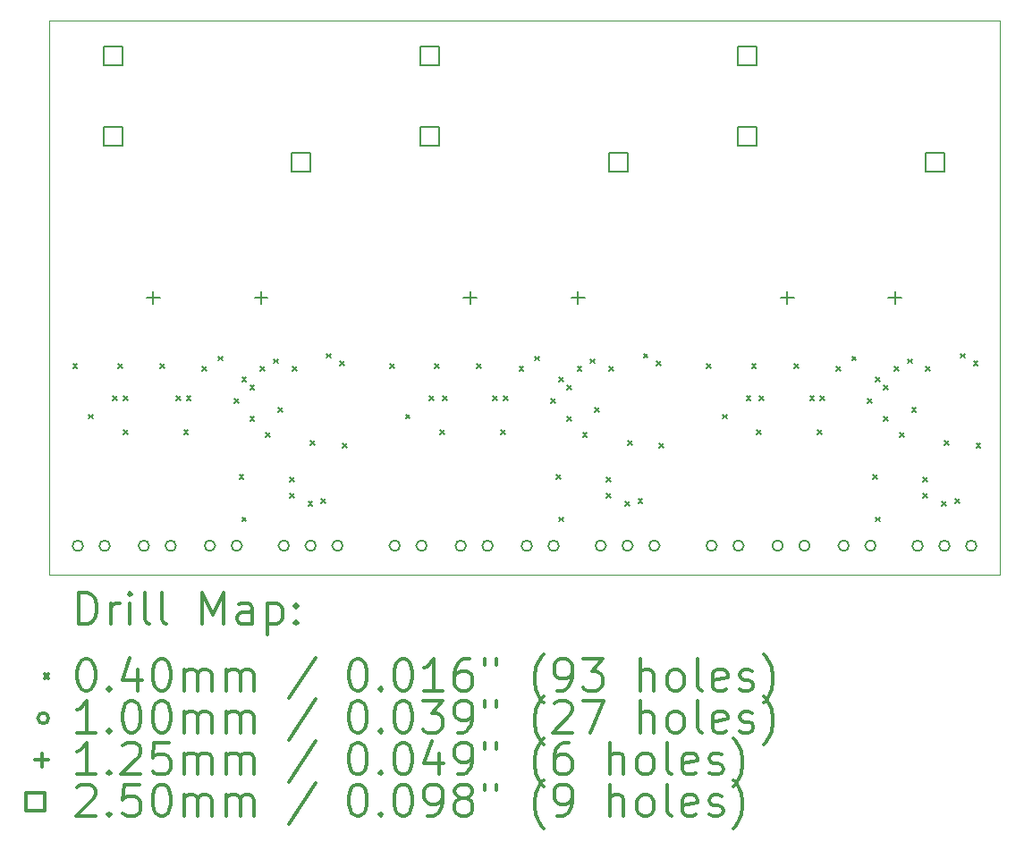
<source format=gbr>
%FSLAX45Y45*%
G04 Gerber Fmt 4.5, Leading zero omitted, Abs format (unit mm)*
G04 Created by KiCad (PCBNEW (5.1.4)-1) date 2021-09-06 11:03:48*
%MOMM*%
%LPD*%
G04 APERTURE LIST*
%ADD10C,0.050000*%
%ADD11C,0.200000*%
%ADD12C,0.300000*%
G04 APERTURE END LIST*
D10*
X22125000Y-13875000D02*
X13125000Y-13875000D01*
X22125000Y-8625000D02*
X13125000Y-8625000D01*
X22125000Y-13875000D02*
X22125000Y-8625000D01*
X13125000Y-8625000D02*
X13125000Y-13875000D01*
D11*
X13355000Y-11880000D02*
X13395000Y-11920000D01*
X13395000Y-11880000D02*
X13355000Y-11920000D01*
X13505000Y-12355000D02*
X13545000Y-12395000D01*
X13545000Y-12355000D02*
X13505000Y-12395000D01*
X13730000Y-12180000D02*
X13770000Y-12220000D01*
X13770000Y-12180000D02*
X13730000Y-12220000D01*
X13780000Y-11880000D02*
X13820000Y-11920000D01*
X13820000Y-11880000D02*
X13780000Y-11920000D01*
X13830000Y-12180000D02*
X13870000Y-12220000D01*
X13870000Y-12180000D02*
X13830000Y-12220000D01*
X13830000Y-12505000D02*
X13870000Y-12545000D01*
X13870000Y-12505000D02*
X13830000Y-12545000D01*
X14180000Y-11880000D02*
X14220000Y-11920000D01*
X14220000Y-11880000D02*
X14180000Y-11920000D01*
X14330000Y-12180000D02*
X14370000Y-12220000D01*
X14370000Y-12180000D02*
X14330000Y-12220000D01*
X14405000Y-12505000D02*
X14445000Y-12545000D01*
X14445000Y-12505000D02*
X14405000Y-12545000D01*
X14430000Y-12180000D02*
X14470000Y-12220000D01*
X14470000Y-12180000D02*
X14430000Y-12220000D01*
X14580000Y-11905000D02*
X14620000Y-11945000D01*
X14620000Y-11905000D02*
X14580000Y-11945000D01*
X14730000Y-11805000D02*
X14770000Y-11845000D01*
X14770000Y-11805000D02*
X14730000Y-11845000D01*
X14880000Y-12205000D02*
X14920000Y-12245000D01*
X14920000Y-12205000D02*
X14880000Y-12245000D01*
X14930000Y-12930000D02*
X14970000Y-12970000D01*
X14970000Y-12930000D02*
X14930000Y-12970000D01*
X14955000Y-12005000D02*
X14995000Y-12045000D01*
X14995000Y-12005000D02*
X14955000Y-12045000D01*
X14955000Y-13330000D02*
X14995000Y-13370000D01*
X14995000Y-13330000D02*
X14955000Y-13370000D01*
X15030000Y-12081250D02*
X15070000Y-12121250D01*
X15070000Y-12081250D02*
X15030000Y-12121250D01*
X15030000Y-12380000D02*
X15070000Y-12420000D01*
X15070000Y-12380000D02*
X15030000Y-12420000D01*
X15130000Y-11905000D02*
X15170000Y-11945000D01*
X15170000Y-11905000D02*
X15130000Y-11945000D01*
X15180000Y-12530000D02*
X15220000Y-12570000D01*
X15220000Y-12530000D02*
X15180000Y-12570000D01*
X15255000Y-11830000D02*
X15295000Y-11870000D01*
X15295000Y-11830000D02*
X15255000Y-11870000D01*
X15296500Y-12294000D02*
X15336500Y-12334000D01*
X15336500Y-12294000D02*
X15296500Y-12334000D01*
X15405000Y-12955000D02*
X15445000Y-12995000D01*
X15445000Y-12955000D02*
X15405000Y-12995000D01*
X15405000Y-13105000D02*
X15445000Y-13145000D01*
X15445000Y-13105000D02*
X15405000Y-13145000D01*
X15430000Y-11905000D02*
X15470000Y-11945000D01*
X15470000Y-11905000D02*
X15430000Y-11945000D01*
X15580000Y-13180000D02*
X15620000Y-13220000D01*
X15620000Y-13180000D02*
X15580000Y-13220000D01*
X15605000Y-12605000D02*
X15645000Y-12645000D01*
X15645000Y-12605000D02*
X15605000Y-12645000D01*
X15705000Y-13155000D02*
X15745000Y-13195000D01*
X15745000Y-13155000D02*
X15705000Y-13195000D01*
X15755000Y-11780000D02*
X15795000Y-11820000D01*
X15795000Y-11780000D02*
X15755000Y-11820000D01*
X15880000Y-11855000D02*
X15920000Y-11895000D01*
X15920000Y-11855000D02*
X15880000Y-11895000D01*
X15905000Y-12630000D02*
X15945000Y-12670000D01*
X15945000Y-12630000D02*
X15905000Y-12670000D01*
X16355000Y-11880000D02*
X16395000Y-11920000D01*
X16395000Y-11880000D02*
X16355000Y-11920000D01*
X16505000Y-12355000D02*
X16545000Y-12395000D01*
X16545000Y-12355000D02*
X16505000Y-12395000D01*
X16730000Y-12180000D02*
X16770000Y-12220000D01*
X16770000Y-12180000D02*
X16730000Y-12220000D01*
X16780000Y-11880000D02*
X16820000Y-11920000D01*
X16820000Y-11880000D02*
X16780000Y-11920000D01*
X16830000Y-12505000D02*
X16870000Y-12545000D01*
X16870000Y-12505000D02*
X16830000Y-12545000D01*
X16855000Y-12180000D02*
X16895000Y-12220000D01*
X16895000Y-12180000D02*
X16855000Y-12220000D01*
X17180000Y-11880000D02*
X17220000Y-11920000D01*
X17220000Y-11880000D02*
X17180000Y-11920000D01*
X17330000Y-12180000D02*
X17370000Y-12220000D01*
X17370000Y-12180000D02*
X17330000Y-12220000D01*
X17405000Y-12505000D02*
X17445000Y-12545000D01*
X17445000Y-12505000D02*
X17405000Y-12545000D01*
X17430000Y-12180000D02*
X17470000Y-12220000D01*
X17470000Y-12180000D02*
X17430000Y-12220000D01*
X17580000Y-11905000D02*
X17620000Y-11945000D01*
X17620000Y-11905000D02*
X17580000Y-11945000D01*
X17730000Y-11805000D02*
X17770000Y-11845000D01*
X17770000Y-11805000D02*
X17730000Y-11845000D01*
X17880000Y-12205000D02*
X17920000Y-12245000D01*
X17920000Y-12205000D02*
X17880000Y-12245000D01*
X17930000Y-12930000D02*
X17970000Y-12970000D01*
X17970000Y-12930000D02*
X17930000Y-12970000D01*
X17955000Y-12005000D02*
X17995000Y-12045000D01*
X17995000Y-12005000D02*
X17955000Y-12045000D01*
X17955000Y-13330000D02*
X17995000Y-13370000D01*
X17995000Y-13330000D02*
X17955000Y-13370000D01*
X18030000Y-12081250D02*
X18070000Y-12121250D01*
X18070000Y-12081250D02*
X18030000Y-12121250D01*
X18030000Y-12380000D02*
X18070000Y-12420000D01*
X18070000Y-12380000D02*
X18030000Y-12420000D01*
X18130000Y-11905000D02*
X18170000Y-11945000D01*
X18170000Y-11905000D02*
X18130000Y-11945000D01*
X18180000Y-12530000D02*
X18220000Y-12570000D01*
X18220000Y-12530000D02*
X18180000Y-12570000D01*
X18255000Y-11830000D02*
X18295000Y-11870000D01*
X18295000Y-11830000D02*
X18255000Y-11870000D01*
X18296500Y-12294000D02*
X18336500Y-12334000D01*
X18336500Y-12294000D02*
X18296500Y-12334000D01*
X18405000Y-12955000D02*
X18445000Y-12995000D01*
X18445000Y-12955000D02*
X18405000Y-12995000D01*
X18405000Y-13105000D02*
X18445000Y-13145000D01*
X18445000Y-13105000D02*
X18405000Y-13145000D01*
X18430000Y-11905000D02*
X18470000Y-11945000D01*
X18470000Y-11905000D02*
X18430000Y-11945000D01*
X18580000Y-13180000D02*
X18620000Y-13220000D01*
X18620000Y-13180000D02*
X18580000Y-13220000D01*
X18605000Y-12605000D02*
X18645000Y-12645000D01*
X18645000Y-12605000D02*
X18605000Y-12645000D01*
X18705000Y-13155000D02*
X18745000Y-13195000D01*
X18745000Y-13155000D02*
X18705000Y-13195000D01*
X18755000Y-11780000D02*
X18795000Y-11820000D01*
X18795000Y-11780000D02*
X18755000Y-11820000D01*
X18880000Y-11855000D02*
X18920000Y-11895000D01*
X18920000Y-11855000D02*
X18880000Y-11895000D01*
X18905000Y-12630000D02*
X18945000Y-12670000D01*
X18945000Y-12630000D02*
X18905000Y-12670000D01*
X19355000Y-11880000D02*
X19395000Y-11920000D01*
X19395000Y-11880000D02*
X19355000Y-11920000D01*
X19505000Y-12355000D02*
X19545000Y-12395000D01*
X19545000Y-12355000D02*
X19505000Y-12395000D01*
X19730000Y-12180000D02*
X19770000Y-12220000D01*
X19770000Y-12180000D02*
X19730000Y-12220000D01*
X19780000Y-11880000D02*
X19820000Y-11920000D01*
X19820000Y-11880000D02*
X19780000Y-11920000D01*
X19830000Y-12505000D02*
X19870000Y-12545000D01*
X19870000Y-12505000D02*
X19830000Y-12545000D01*
X19855000Y-12180000D02*
X19895000Y-12220000D01*
X19895000Y-12180000D02*
X19855000Y-12220000D01*
X20180000Y-11880000D02*
X20220000Y-11920000D01*
X20220000Y-11880000D02*
X20180000Y-11920000D01*
X20330000Y-12180000D02*
X20370000Y-12220000D01*
X20370000Y-12180000D02*
X20330000Y-12220000D01*
X20405000Y-12505000D02*
X20445000Y-12545000D01*
X20445000Y-12505000D02*
X20405000Y-12545000D01*
X20430000Y-12180000D02*
X20470000Y-12220000D01*
X20470000Y-12180000D02*
X20430000Y-12220000D01*
X20580000Y-11905000D02*
X20620000Y-11945000D01*
X20620000Y-11905000D02*
X20580000Y-11945000D01*
X20730000Y-11805000D02*
X20770000Y-11845000D01*
X20770000Y-11805000D02*
X20730000Y-11845000D01*
X20880000Y-12205000D02*
X20920000Y-12245000D01*
X20920000Y-12205000D02*
X20880000Y-12245000D01*
X20930000Y-12930000D02*
X20970000Y-12970000D01*
X20970000Y-12930000D02*
X20930000Y-12970000D01*
X20955000Y-12005000D02*
X20995000Y-12045000D01*
X20995000Y-12005000D02*
X20955000Y-12045000D01*
X20955000Y-13330000D02*
X20995000Y-13370000D01*
X20995000Y-13330000D02*
X20955000Y-13370000D01*
X21030000Y-12081250D02*
X21070000Y-12121250D01*
X21070000Y-12081250D02*
X21030000Y-12121250D01*
X21030000Y-12380000D02*
X21070000Y-12420000D01*
X21070000Y-12380000D02*
X21030000Y-12420000D01*
X21130000Y-11905000D02*
X21170000Y-11945000D01*
X21170000Y-11905000D02*
X21130000Y-11945000D01*
X21180000Y-12530000D02*
X21220000Y-12570000D01*
X21220000Y-12530000D02*
X21180000Y-12570000D01*
X21255000Y-11830000D02*
X21295000Y-11870000D01*
X21295000Y-11830000D02*
X21255000Y-11870000D01*
X21296500Y-12294000D02*
X21336500Y-12334000D01*
X21336500Y-12294000D02*
X21296500Y-12334000D01*
X21405000Y-12955000D02*
X21445000Y-12995000D01*
X21445000Y-12955000D02*
X21405000Y-12995000D01*
X21405000Y-13105000D02*
X21445000Y-13145000D01*
X21445000Y-13105000D02*
X21405000Y-13145000D01*
X21430000Y-11905000D02*
X21470000Y-11945000D01*
X21470000Y-11905000D02*
X21430000Y-11945000D01*
X21580000Y-13180000D02*
X21620000Y-13220000D01*
X21620000Y-13180000D02*
X21580000Y-13220000D01*
X21605000Y-12605000D02*
X21645000Y-12645000D01*
X21645000Y-12605000D02*
X21605000Y-12645000D01*
X21705000Y-13155000D02*
X21745000Y-13195000D01*
X21745000Y-13155000D02*
X21705000Y-13195000D01*
X21755000Y-11780000D02*
X21795000Y-11820000D01*
X21795000Y-11780000D02*
X21755000Y-11820000D01*
X21880000Y-11855000D02*
X21920000Y-11895000D01*
X21920000Y-11855000D02*
X21880000Y-11895000D01*
X21905000Y-12630000D02*
X21945000Y-12670000D01*
X21945000Y-12630000D02*
X21905000Y-12670000D01*
X16450000Y-13600000D02*
G75*
G03X16450000Y-13600000I-50000J0D01*
G01*
X16704000Y-13600000D02*
G75*
G03X16704000Y-13600000I-50000J0D01*
G01*
X17075000Y-13600000D02*
G75*
G03X17075000Y-13600000I-50000J0D01*
G01*
X17329000Y-13600000D02*
G75*
G03X17329000Y-13600000I-50000J0D01*
G01*
X20075000Y-13600000D02*
G75*
G03X20075000Y-13600000I-50000J0D01*
G01*
X20329000Y-13600000D02*
G75*
G03X20329000Y-13600000I-50000J0D01*
G01*
X17700000Y-13600000D02*
G75*
G03X17700000Y-13600000I-50000J0D01*
G01*
X17954000Y-13600000D02*
G75*
G03X17954000Y-13600000I-50000J0D01*
G01*
X13450000Y-13600000D02*
G75*
G03X13450000Y-13600000I-50000J0D01*
G01*
X13704000Y-13600000D02*
G75*
G03X13704000Y-13600000I-50000J0D01*
G01*
X15400000Y-13600000D02*
G75*
G03X15400000Y-13600000I-50000J0D01*
G01*
X15654000Y-13600000D02*
G75*
G03X15654000Y-13600000I-50000J0D01*
G01*
X15908000Y-13600000D02*
G75*
G03X15908000Y-13600000I-50000J0D01*
G01*
X20700000Y-13600000D02*
G75*
G03X20700000Y-13600000I-50000J0D01*
G01*
X20954000Y-13600000D02*
G75*
G03X20954000Y-13600000I-50000J0D01*
G01*
X14075000Y-13600000D02*
G75*
G03X14075000Y-13600000I-50000J0D01*
G01*
X14329000Y-13600000D02*
G75*
G03X14329000Y-13600000I-50000J0D01*
G01*
X21400000Y-13600000D02*
G75*
G03X21400000Y-13600000I-50000J0D01*
G01*
X21654000Y-13600000D02*
G75*
G03X21654000Y-13600000I-50000J0D01*
G01*
X21908000Y-13600000D02*
G75*
G03X21908000Y-13600000I-50000J0D01*
G01*
X18400000Y-13600000D02*
G75*
G03X18400000Y-13600000I-50000J0D01*
G01*
X18654000Y-13600000D02*
G75*
G03X18654000Y-13600000I-50000J0D01*
G01*
X18908000Y-13600000D02*
G75*
G03X18908000Y-13600000I-50000J0D01*
G01*
X19450000Y-13600000D02*
G75*
G03X19450000Y-13600000I-50000J0D01*
G01*
X19704000Y-13600000D02*
G75*
G03X19704000Y-13600000I-50000J0D01*
G01*
X14700000Y-13600000D02*
G75*
G03X14700000Y-13600000I-50000J0D01*
G01*
X14954000Y-13600000D02*
G75*
G03X14954000Y-13600000I-50000J0D01*
G01*
X17115000Y-11187500D02*
X17115000Y-11312500D01*
X17052500Y-11250000D02*
X17177500Y-11250000D01*
X18135000Y-11187500D02*
X18135000Y-11312500D01*
X18072500Y-11250000D02*
X18197500Y-11250000D01*
X20115000Y-11187500D02*
X20115000Y-11312500D01*
X20052500Y-11250000D02*
X20177500Y-11250000D01*
X21135000Y-11187500D02*
X21135000Y-11312500D01*
X21072500Y-11250000D02*
X21197500Y-11250000D01*
X14115000Y-11187500D02*
X14115000Y-11312500D01*
X14052500Y-11250000D02*
X14177500Y-11250000D01*
X15135000Y-11187500D02*
X15135000Y-11312500D01*
X15072500Y-11250000D02*
X15197500Y-11250000D01*
X16823389Y-9048389D02*
X16823389Y-8871611D01*
X16646611Y-8871611D01*
X16646611Y-9048389D01*
X16823389Y-9048389D01*
X16823389Y-9808389D02*
X16823389Y-9631611D01*
X16646611Y-9631611D01*
X16646611Y-9808389D01*
X16823389Y-9808389D01*
X18603389Y-10058389D02*
X18603389Y-9881611D01*
X18426611Y-9881611D01*
X18426611Y-10058389D01*
X18603389Y-10058389D01*
X19823389Y-9048389D02*
X19823389Y-8871611D01*
X19646611Y-8871611D01*
X19646611Y-9048389D01*
X19823389Y-9048389D01*
X19823389Y-9808389D02*
X19823389Y-9631611D01*
X19646611Y-9631611D01*
X19646611Y-9808389D01*
X19823389Y-9808389D01*
X21603389Y-10058389D02*
X21603389Y-9881611D01*
X21426611Y-9881611D01*
X21426611Y-10058389D01*
X21603389Y-10058389D01*
X13823389Y-9048389D02*
X13823389Y-8871611D01*
X13646611Y-8871611D01*
X13646611Y-9048389D01*
X13823389Y-9048389D01*
X13823389Y-9808389D02*
X13823389Y-9631611D01*
X13646611Y-9631611D01*
X13646611Y-9808389D01*
X13823389Y-9808389D01*
X15603389Y-10058389D02*
X15603389Y-9881611D01*
X15426611Y-9881611D01*
X15426611Y-10058389D01*
X15603389Y-10058389D01*
D12*
X13408928Y-14343214D02*
X13408928Y-14043214D01*
X13480357Y-14043214D01*
X13523214Y-14057500D01*
X13551786Y-14086071D01*
X13566071Y-14114643D01*
X13580357Y-14171786D01*
X13580357Y-14214643D01*
X13566071Y-14271786D01*
X13551786Y-14300357D01*
X13523214Y-14328929D01*
X13480357Y-14343214D01*
X13408928Y-14343214D01*
X13708928Y-14343214D02*
X13708928Y-14143214D01*
X13708928Y-14200357D02*
X13723214Y-14171786D01*
X13737500Y-14157500D01*
X13766071Y-14143214D01*
X13794643Y-14143214D01*
X13894643Y-14343214D02*
X13894643Y-14143214D01*
X13894643Y-14043214D02*
X13880357Y-14057500D01*
X13894643Y-14071786D01*
X13908928Y-14057500D01*
X13894643Y-14043214D01*
X13894643Y-14071786D01*
X14080357Y-14343214D02*
X14051786Y-14328929D01*
X14037500Y-14300357D01*
X14037500Y-14043214D01*
X14237500Y-14343214D02*
X14208928Y-14328929D01*
X14194643Y-14300357D01*
X14194643Y-14043214D01*
X14580357Y-14343214D02*
X14580357Y-14043214D01*
X14680357Y-14257500D01*
X14780357Y-14043214D01*
X14780357Y-14343214D01*
X15051786Y-14343214D02*
X15051786Y-14186071D01*
X15037500Y-14157500D01*
X15008928Y-14143214D01*
X14951786Y-14143214D01*
X14923214Y-14157500D01*
X15051786Y-14328929D02*
X15023214Y-14343214D01*
X14951786Y-14343214D01*
X14923214Y-14328929D01*
X14908928Y-14300357D01*
X14908928Y-14271786D01*
X14923214Y-14243214D01*
X14951786Y-14228929D01*
X15023214Y-14228929D01*
X15051786Y-14214643D01*
X15194643Y-14143214D02*
X15194643Y-14443214D01*
X15194643Y-14157500D02*
X15223214Y-14143214D01*
X15280357Y-14143214D01*
X15308928Y-14157500D01*
X15323214Y-14171786D01*
X15337500Y-14200357D01*
X15337500Y-14286071D01*
X15323214Y-14314643D01*
X15308928Y-14328929D01*
X15280357Y-14343214D01*
X15223214Y-14343214D01*
X15194643Y-14328929D01*
X15466071Y-14314643D02*
X15480357Y-14328929D01*
X15466071Y-14343214D01*
X15451786Y-14328929D01*
X15466071Y-14314643D01*
X15466071Y-14343214D01*
X15466071Y-14157500D02*
X15480357Y-14171786D01*
X15466071Y-14186071D01*
X15451786Y-14171786D01*
X15466071Y-14157500D01*
X15466071Y-14186071D01*
X13082500Y-14817500D02*
X13122500Y-14857500D01*
X13122500Y-14817500D02*
X13082500Y-14857500D01*
X13466071Y-14673214D02*
X13494643Y-14673214D01*
X13523214Y-14687500D01*
X13537500Y-14701786D01*
X13551786Y-14730357D01*
X13566071Y-14787500D01*
X13566071Y-14858929D01*
X13551786Y-14916071D01*
X13537500Y-14944643D01*
X13523214Y-14958929D01*
X13494643Y-14973214D01*
X13466071Y-14973214D01*
X13437500Y-14958929D01*
X13423214Y-14944643D01*
X13408928Y-14916071D01*
X13394643Y-14858929D01*
X13394643Y-14787500D01*
X13408928Y-14730357D01*
X13423214Y-14701786D01*
X13437500Y-14687500D01*
X13466071Y-14673214D01*
X13694643Y-14944643D02*
X13708928Y-14958929D01*
X13694643Y-14973214D01*
X13680357Y-14958929D01*
X13694643Y-14944643D01*
X13694643Y-14973214D01*
X13966071Y-14773214D02*
X13966071Y-14973214D01*
X13894643Y-14658929D02*
X13823214Y-14873214D01*
X14008928Y-14873214D01*
X14180357Y-14673214D02*
X14208928Y-14673214D01*
X14237500Y-14687500D01*
X14251786Y-14701786D01*
X14266071Y-14730357D01*
X14280357Y-14787500D01*
X14280357Y-14858929D01*
X14266071Y-14916071D01*
X14251786Y-14944643D01*
X14237500Y-14958929D01*
X14208928Y-14973214D01*
X14180357Y-14973214D01*
X14151786Y-14958929D01*
X14137500Y-14944643D01*
X14123214Y-14916071D01*
X14108928Y-14858929D01*
X14108928Y-14787500D01*
X14123214Y-14730357D01*
X14137500Y-14701786D01*
X14151786Y-14687500D01*
X14180357Y-14673214D01*
X14408928Y-14973214D02*
X14408928Y-14773214D01*
X14408928Y-14801786D02*
X14423214Y-14787500D01*
X14451786Y-14773214D01*
X14494643Y-14773214D01*
X14523214Y-14787500D01*
X14537500Y-14816071D01*
X14537500Y-14973214D01*
X14537500Y-14816071D02*
X14551786Y-14787500D01*
X14580357Y-14773214D01*
X14623214Y-14773214D01*
X14651786Y-14787500D01*
X14666071Y-14816071D01*
X14666071Y-14973214D01*
X14808928Y-14973214D02*
X14808928Y-14773214D01*
X14808928Y-14801786D02*
X14823214Y-14787500D01*
X14851786Y-14773214D01*
X14894643Y-14773214D01*
X14923214Y-14787500D01*
X14937500Y-14816071D01*
X14937500Y-14973214D01*
X14937500Y-14816071D02*
X14951786Y-14787500D01*
X14980357Y-14773214D01*
X15023214Y-14773214D01*
X15051786Y-14787500D01*
X15066071Y-14816071D01*
X15066071Y-14973214D01*
X15651786Y-14658929D02*
X15394643Y-15044643D01*
X16037500Y-14673214D02*
X16066071Y-14673214D01*
X16094643Y-14687500D01*
X16108928Y-14701786D01*
X16123214Y-14730357D01*
X16137500Y-14787500D01*
X16137500Y-14858929D01*
X16123214Y-14916071D01*
X16108928Y-14944643D01*
X16094643Y-14958929D01*
X16066071Y-14973214D01*
X16037500Y-14973214D01*
X16008928Y-14958929D01*
X15994643Y-14944643D01*
X15980357Y-14916071D01*
X15966071Y-14858929D01*
X15966071Y-14787500D01*
X15980357Y-14730357D01*
X15994643Y-14701786D01*
X16008928Y-14687500D01*
X16037500Y-14673214D01*
X16266071Y-14944643D02*
X16280357Y-14958929D01*
X16266071Y-14973214D01*
X16251786Y-14958929D01*
X16266071Y-14944643D01*
X16266071Y-14973214D01*
X16466071Y-14673214D02*
X16494643Y-14673214D01*
X16523214Y-14687500D01*
X16537500Y-14701786D01*
X16551786Y-14730357D01*
X16566071Y-14787500D01*
X16566071Y-14858929D01*
X16551786Y-14916071D01*
X16537500Y-14944643D01*
X16523214Y-14958929D01*
X16494643Y-14973214D01*
X16466071Y-14973214D01*
X16437500Y-14958929D01*
X16423214Y-14944643D01*
X16408928Y-14916071D01*
X16394643Y-14858929D01*
X16394643Y-14787500D01*
X16408928Y-14730357D01*
X16423214Y-14701786D01*
X16437500Y-14687500D01*
X16466071Y-14673214D01*
X16851786Y-14973214D02*
X16680357Y-14973214D01*
X16766071Y-14973214D02*
X16766071Y-14673214D01*
X16737500Y-14716071D01*
X16708928Y-14744643D01*
X16680357Y-14758929D01*
X17108928Y-14673214D02*
X17051786Y-14673214D01*
X17023214Y-14687500D01*
X17008928Y-14701786D01*
X16980357Y-14744643D01*
X16966071Y-14801786D01*
X16966071Y-14916071D01*
X16980357Y-14944643D01*
X16994643Y-14958929D01*
X17023214Y-14973214D01*
X17080357Y-14973214D01*
X17108928Y-14958929D01*
X17123214Y-14944643D01*
X17137500Y-14916071D01*
X17137500Y-14844643D01*
X17123214Y-14816071D01*
X17108928Y-14801786D01*
X17080357Y-14787500D01*
X17023214Y-14787500D01*
X16994643Y-14801786D01*
X16980357Y-14816071D01*
X16966071Y-14844643D01*
X17251786Y-14673214D02*
X17251786Y-14730357D01*
X17366071Y-14673214D02*
X17366071Y-14730357D01*
X17808928Y-15087500D02*
X17794643Y-15073214D01*
X17766071Y-15030357D01*
X17751786Y-15001786D01*
X17737500Y-14958929D01*
X17723214Y-14887500D01*
X17723214Y-14830357D01*
X17737500Y-14758929D01*
X17751786Y-14716071D01*
X17766071Y-14687500D01*
X17794643Y-14644643D01*
X17808928Y-14630357D01*
X17937500Y-14973214D02*
X17994643Y-14973214D01*
X18023214Y-14958929D01*
X18037500Y-14944643D01*
X18066071Y-14901786D01*
X18080357Y-14844643D01*
X18080357Y-14730357D01*
X18066071Y-14701786D01*
X18051786Y-14687500D01*
X18023214Y-14673214D01*
X17966071Y-14673214D01*
X17937500Y-14687500D01*
X17923214Y-14701786D01*
X17908928Y-14730357D01*
X17908928Y-14801786D01*
X17923214Y-14830357D01*
X17937500Y-14844643D01*
X17966071Y-14858929D01*
X18023214Y-14858929D01*
X18051786Y-14844643D01*
X18066071Y-14830357D01*
X18080357Y-14801786D01*
X18180357Y-14673214D02*
X18366071Y-14673214D01*
X18266071Y-14787500D01*
X18308928Y-14787500D01*
X18337500Y-14801786D01*
X18351786Y-14816071D01*
X18366071Y-14844643D01*
X18366071Y-14916071D01*
X18351786Y-14944643D01*
X18337500Y-14958929D01*
X18308928Y-14973214D01*
X18223214Y-14973214D01*
X18194643Y-14958929D01*
X18180357Y-14944643D01*
X18723214Y-14973214D02*
X18723214Y-14673214D01*
X18851786Y-14973214D02*
X18851786Y-14816071D01*
X18837500Y-14787500D01*
X18808928Y-14773214D01*
X18766071Y-14773214D01*
X18737500Y-14787500D01*
X18723214Y-14801786D01*
X19037500Y-14973214D02*
X19008928Y-14958929D01*
X18994643Y-14944643D01*
X18980357Y-14916071D01*
X18980357Y-14830357D01*
X18994643Y-14801786D01*
X19008928Y-14787500D01*
X19037500Y-14773214D01*
X19080357Y-14773214D01*
X19108928Y-14787500D01*
X19123214Y-14801786D01*
X19137500Y-14830357D01*
X19137500Y-14916071D01*
X19123214Y-14944643D01*
X19108928Y-14958929D01*
X19080357Y-14973214D01*
X19037500Y-14973214D01*
X19308928Y-14973214D02*
X19280357Y-14958929D01*
X19266071Y-14930357D01*
X19266071Y-14673214D01*
X19537500Y-14958929D02*
X19508928Y-14973214D01*
X19451786Y-14973214D01*
X19423214Y-14958929D01*
X19408928Y-14930357D01*
X19408928Y-14816071D01*
X19423214Y-14787500D01*
X19451786Y-14773214D01*
X19508928Y-14773214D01*
X19537500Y-14787500D01*
X19551786Y-14816071D01*
X19551786Y-14844643D01*
X19408928Y-14873214D01*
X19666071Y-14958929D02*
X19694643Y-14973214D01*
X19751786Y-14973214D01*
X19780357Y-14958929D01*
X19794643Y-14930357D01*
X19794643Y-14916071D01*
X19780357Y-14887500D01*
X19751786Y-14873214D01*
X19708928Y-14873214D01*
X19680357Y-14858929D01*
X19666071Y-14830357D01*
X19666071Y-14816071D01*
X19680357Y-14787500D01*
X19708928Y-14773214D01*
X19751786Y-14773214D01*
X19780357Y-14787500D01*
X19894643Y-15087500D02*
X19908928Y-15073214D01*
X19937500Y-15030357D01*
X19951786Y-15001786D01*
X19966071Y-14958929D01*
X19980357Y-14887500D01*
X19980357Y-14830357D01*
X19966071Y-14758929D01*
X19951786Y-14716071D01*
X19937500Y-14687500D01*
X19908928Y-14644643D01*
X19894643Y-14630357D01*
X13122500Y-15233500D02*
G75*
G03X13122500Y-15233500I-50000J0D01*
G01*
X13566071Y-15369214D02*
X13394643Y-15369214D01*
X13480357Y-15369214D02*
X13480357Y-15069214D01*
X13451786Y-15112071D01*
X13423214Y-15140643D01*
X13394643Y-15154929D01*
X13694643Y-15340643D02*
X13708928Y-15354929D01*
X13694643Y-15369214D01*
X13680357Y-15354929D01*
X13694643Y-15340643D01*
X13694643Y-15369214D01*
X13894643Y-15069214D02*
X13923214Y-15069214D01*
X13951786Y-15083500D01*
X13966071Y-15097786D01*
X13980357Y-15126357D01*
X13994643Y-15183500D01*
X13994643Y-15254929D01*
X13980357Y-15312071D01*
X13966071Y-15340643D01*
X13951786Y-15354929D01*
X13923214Y-15369214D01*
X13894643Y-15369214D01*
X13866071Y-15354929D01*
X13851786Y-15340643D01*
X13837500Y-15312071D01*
X13823214Y-15254929D01*
X13823214Y-15183500D01*
X13837500Y-15126357D01*
X13851786Y-15097786D01*
X13866071Y-15083500D01*
X13894643Y-15069214D01*
X14180357Y-15069214D02*
X14208928Y-15069214D01*
X14237500Y-15083500D01*
X14251786Y-15097786D01*
X14266071Y-15126357D01*
X14280357Y-15183500D01*
X14280357Y-15254929D01*
X14266071Y-15312071D01*
X14251786Y-15340643D01*
X14237500Y-15354929D01*
X14208928Y-15369214D01*
X14180357Y-15369214D01*
X14151786Y-15354929D01*
X14137500Y-15340643D01*
X14123214Y-15312071D01*
X14108928Y-15254929D01*
X14108928Y-15183500D01*
X14123214Y-15126357D01*
X14137500Y-15097786D01*
X14151786Y-15083500D01*
X14180357Y-15069214D01*
X14408928Y-15369214D02*
X14408928Y-15169214D01*
X14408928Y-15197786D02*
X14423214Y-15183500D01*
X14451786Y-15169214D01*
X14494643Y-15169214D01*
X14523214Y-15183500D01*
X14537500Y-15212071D01*
X14537500Y-15369214D01*
X14537500Y-15212071D02*
X14551786Y-15183500D01*
X14580357Y-15169214D01*
X14623214Y-15169214D01*
X14651786Y-15183500D01*
X14666071Y-15212071D01*
X14666071Y-15369214D01*
X14808928Y-15369214D02*
X14808928Y-15169214D01*
X14808928Y-15197786D02*
X14823214Y-15183500D01*
X14851786Y-15169214D01*
X14894643Y-15169214D01*
X14923214Y-15183500D01*
X14937500Y-15212071D01*
X14937500Y-15369214D01*
X14937500Y-15212071D02*
X14951786Y-15183500D01*
X14980357Y-15169214D01*
X15023214Y-15169214D01*
X15051786Y-15183500D01*
X15066071Y-15212071D01*
X15066071Y-15369214D01*
X15651786Y-15054929D02*
X15394643Y-15440643D01*
X16037500Y-15069214D02*
X16066071Y-15069214D01*
X16094643Y-15083500D01*
X16108928Y-15097786D01*
X16123214Y-15126357D01*
X16137500Y-15183500D01*
X16137500Y-15254929D01*
X16123214Y-15312071D01*
X16108928Y-15340643D01*
X16094643Y-15354929D01*
X16066071Y-15369214D01*
X16037500Y-15369214D01*
X16008928Y-15354929D01*
X15994643Y-15340643D01*
X15980357Y-15312071D01*
X15966071Y-15254929D01*
X15966071Y-15183500D01*
X15980357Y-15126357D01*
X15994643Y-15097786D01*
X16008928Y-15083500D01*
X16037500Y-15069214D01*
X16266071Y-15340643D02*
X16280357Y-15354929D01*
X16266071Y-15369214D01*
X16251786Y-15354929D01*
X16266071Y-15340643D01*
X16266071Y-15369214D01*
X16466071Y-15069214D02*
X16494643Y-15069214D01*
X16523214Y-15083500D01*
X16537500Y-15097786D01*
X16551786Y-15126357D01*
X16566071Y-15183500D01*
X16566071Y-15254929D01*
X16551786Y-15312071D01*
X16537500Y-15340643D01*
X16523214Y-15354929D01*
X16494643Y-15369214D01*
X16466071Y-15369214D01*
X16437500Y-15354929D01*
X16423214Y-15340643D01*
X16408928Y-15312071D01*
X16394643Y-15254929D01*
X16394643Y-15183500D01*
X16408928Y-15126357D01*
X16423214Y-15097786D01*
X16437500Y-15083500D01*
X16466071Y-15069214D01*
X16666071Y-15069214D02*
X16851786Y-15069214D01*
X16751786Y-15183500D01*
X16794643Y-15183500D01*
X16823214Y-15197786D01*
X16837500Y-15212071D01*
X16851786Y-15240643D01*
X16851786Y-15312071D01*
X16837500Y-15340643D01*
X16823214Y-15354929D01*
X16794643Y-15369214D01*
X16708928Y-15369214D01*
X16680357Y-15354929D01*
X16666071Y-15340643D01*
X16994643Y-15369214D02*
X17051786Y-15369214D01*
X17080357Y-15354929D01*
X17094643Y-15340643D01*
X17123214Y-15297786D01*
X17137500Y-15240643D01*
X17137500Y-15126357D01*
X17123214Y-15097786D01*
X17108928Y-15083500D01*
X17080357Y-15069214D01*
X17023214Y-15069214D01*
X16994643Y-15083500D01*
X16980357Y-15097786D01*
X16966071Y-15126357D01*
X16966071Y-15197786D01*
X16980357Y-15226357D01*
X16994643Y-15240643D01*
X17023214Y-15254929D01*
X17080357Y-15254929D01*
X17108928Y-15240643D01*
X17123214Y-15226357D01*
X17137500Y-15197786D01*
X17251786Y-15069214D02*
X17251786Y-15126357D01*
X17366071Y-15069214D02*
X17366071Y-15126357D01*
X17808928Y-15483500D02*
X17794643Y-15469214D01*
X17766071Y-15426357D01*
X17751786Y-15397786D01*
X17737500Y-15354929D01*
X17723214Y-15283500D01*
X17723214Y-15226357D01*
X17737500Y-15154929D01*
X17751786Y-15112071D01*
X17766071Y-15083500D01*
X17794643Y-15040643D01*
X17808928Y-15026357D01*
X17908928Y-15097786D02*
X17923214Y-15083500D01*
X17951786Y-15069214D01*
X18023214Y-15069214D01*
X18051786Y-15083500D01*
X18066071Y-15097786D01*
X18080357Y-15126357D01*
X18080357Y-15154929D01*
X18066071Y-15197786D01*
X17894643Y-15369214D01*
X18080357Y-15369214D01*
X18180357Y-15069214D02*
X18380357Y-15069214D01*
X18251786Y-15369214D01*
X18723214Y-15369214D02*
X18723214Y-15069214D01*
X18851786Y-15369214D02*
X18851786Y-15212071D01*
X18837500Y-15183500D01*
X18808928Y-15169214D01*
X18766071Y-15169214D01*
X18737500Y-15183500D01*
X18723214Y-15197786D01*
X19037500Y-15369214D02*
X19008928Y-15354929D01*
X18994643Y-15340643D01*
X18980357Y-15312071D01*
X18980357Y-15226357D01*
X18994643Y-15197786D01*
X19008928Y-15183500D01*
X19037500Y-15169214D01*
X19080357Y-15169214D01*
X19108928Y-15183500D01*
X19123214Y-15197786D01*
X19137500Y-15226357D01*
X19137500Y-15312071D01*
X19123214Y-15340643D01*
X19108928Y-15354929D01*
X19080357Y-15369214D01*
X19037500Y-15369214D01*
X19308928Y-15369214D02*
X19280357Y-15354929D01*
X19266071Y-15326357D01*
X19266071Y-15069214D01*
X19537500Y-15354929D02*
X19508928Y-15369214D01*
X19451786Y-15369214D01*
X19423214Y-15354929D01*
X19408928Y-15326357D01*
X19408928Y-15212071D01*
X19423214Y-15183500D01*
X19451786Y-15169214D01*
X19508928Y-15169214D01*
X19537500Y-15183500D01*
X19551786Y-15212071D01*
X19551786Y-15240643D01*
X19408928Y-15269214D01*
X19666071Y-15354929D02*
X19694643Y-15369214D01*
X19751786Y-15369214D01*
X19780357Y-15354929D01*
X19794643Y-15326357D01*
X19794643Y-15312071D01*
X19780357Y-15283500D01*
X19751786Y-15269214D01*
X19708928Y-15269214D01*
X19680357Y-15254929D01*
X19666071Y-15226357D01*
X19666071Y-15212071D01*
X19680357Y-15183500D01*
X19708928Y-15169214D01*
X19751786Y-15169214D01*
X19780357Y-15183500D01*
X19894643Y-15483500D02*
X19908928Y-15469214D01*
X19937500Y-15426357D01*
X19951786Y-15397786D01*
X19966071Y-15354929D01*
X19980357Y-15283500D01*
X19980357Y-15226357D01*
X19966071Y-15154929D01*
X19951786Y-15112071D01*
X19937500Y-15083500D01*
X19908928Y-15040643D01*
X19894643Y-15026357D01*
X13060000Y-15567000D02*
X13060000Y-15692000D01*
X12997500Y-15629500D02*
X13122500Y-15629500D01*
X13566071Y-15765214D02*
X13394643Y-15765214D01*
X13480357Y-15765214D02*
X13480357Y-15465214D01*
X13451786Y-15508071D01*
X13423214Y-15536643D01*
X13394643Y-15550929D01*
X13694643Y-15736643D02*
X13708928Y-15750929D01*
X13694643Y-15765214D01*
X13680357Y-15750929D01*
X13694643Y-15736643D01*
X13694643Y-15765214D01*
X13823214Y-15493786D02*
X13837500Y-15479500D01*
X13866071Y-15465214D01*
X13937500Y-15465214D01*
X13966071Y-15479500D01*
X13980357Y-15493786D01*
X13994643Y-15522357D01*
X13994643Y-15550929D01*
X13980357Y-15593786D01*
X13808928Y-15765214D01*
X13994643Y-15765214D01*
X14266071Y-15465214D02*
X14123214Y-15465214D01*
X14108928Y-15608071D01*
X14123214Y-15593786D01*
X14151786Y-15579500D01*
X14223214Y-15579500D01*
X14251786Y-15593786D01*
X14266071Y-15608071D01*
X14280357Y-15636643D01*
X14280357Y-15708071D01*
X14266071Y-15736643D01*
X14251786Y-15750929D01*
X14223214Y-15765214D01*
X14151786Y-15765214D01*
X14123214Y-15750929D01*
X14108928Y-15736643D01*
X14408928Y-15765214D02*
X14408928Y-15565214D01*
X14408928Y-15593786D02*
X14423214Y-15579500D01*
X14451786Y-15565214D01*
X14494643Y-15565214D01*
X14523214Y-15579500D01*
X14537500Y-15608071D01*
X14537500Y-15765214D01*
X14537500Y-15608071D02*
X14551786Y-15579500D01*
X14580357Y-15565214D01*
X14623214Y-15565214D01*
X14651786Y-15579500D01*
X14666071Y-15608071D01*
X14666071Y-15765214D01*
X14808928Y-15765214D02*
X14808928Y-15565214D01*
X14808928Y-15593786D02*
X14823214Y-15579500D01*
X14851786Y-15565214D01*
X14894643Y-15565214D01*
X14923214Y-15579500D01*
X14937500Y-15608071D01*
X14937500Y-15765214D01*
X14937500Y-15608071D02*
X14951786Y-15579500D01*
X14980357Y-15565214D01*
X15023214Y-15565214D01*
X15051786Y-15579500D01*
X15066071Y-15608071D01*
X15066071Y-15765214D01*
X15651786Y-15450929D02*
X15394643Y-15836643D01*
X16037500Y-15465214D02*
X16066071Y-15465214D01*
X16094643Y-15479500D01*
X16108928Y-15493786D01*
X16123214Y-15522357D01*
X16137500Y-15579500D01*
X16137500Y-15650929D01*
X16123214Y-15708071D01*
X16108928Y-15736643D01*
X16094643Y-15750929D01*
X16066071Y-15765214D01*
X16037500Y-15765214D01*
X16008928Y-15750929D01*
X15994643Y-15736643D01*
X15980357Y-15708071D01*
X15966071Y-15650929D01*
X15966071Y-15579500D01*
X15980357Y-15522357D01*
X15994643Y-15493786D01*
X16008928Y-15479500D01*
X16037500Y-15465214D01*
X16266071Y-15736643D02*
X16280357Y-15750929D01*
X16266071Y-15765214D01*
X16251786Y-15750929D01*
X16266071Y-15736643D01*
X16266071Y-15765214D01*
X16466071Y-15465214D02*
X16494643Y-15465214D01*
X16523214Y-15479500D01*
X16537500Y-15493786D01*
X16551786Y-15522357D01*
X16566071Y-15579500D01*
X16566071Y-15650929D01*
X16551786Y-15708071D01*
X16537500Y-15736643D01*
X16523214Y-15750929D01*
X16494643Y-15765214D01*
X16466071Y-15765214D01*
X16437500Y-15750929D01*
X16423214Y-15736643D01*
X16408928Y-15708071D01*
X16394643Y-15650929D01*
X16394643Y-15579500D01*
X16408928Y-15522357D01*
X16423214Y-15493786D01*
X16437500Y-15479500D01*
X16466071Y-15465214D01*
X16823214Y-15565214D02*
X16823214Y-15765214D01*
X16751786Y-15450929D02*
X16680357Y-15665214D01*
X16866071Y-15665214D01*
X16994643Y-15765214D02*
X17051786Y-15765214D01*
X17080357Y-15750929D01*
X17094643Y-15736643D01*
X17123214Y-15693786D01*
X17137500Y-15636643D01*
X17137500Y-15522357D01*
X17123214Y-15493786D01*
X17108928Y-15479500D01*
X17080357Y-15465214D01*
X17023214Y-15465214D01*
X16994643Y-15479500D01*
X16980357Y-15493786D01*
X16966071Y-15522357D01*
X16966071Y-15593786D01*
X16980357Y-15622357D01*
X16994643Y-15636643D01*
X17023214Y-15650929D01*
X17080357Y-15650929D01*
X17108928Y-15636643D01*
X17123214Y-15622357D01*
X17137500Y-15593786D01*
X17251786Y-15465214D02*
X17251786Y-15522357D01*
X17366071Y-15465214D02*
X17366071Y-15522357D01*
X17808928Y-15879500D02*
X17794643Y-15865214D01*
X17766071Y-15822357D01*
X17751786Y-15793786D01*
X17737500Y-15750929D01*
X17723214Y-15679500D01*
X17723214Y-15622357D01*
X17737500Y-15550929D01*
X17751786Y-15508071D01*
X17766071Y-15479500D01*
X17794643Y-15436643D01*
X17808928Y-15422357D01*
X18051786Y-15465214D02*
X17994643Y-15465214D01*
X17966071Y-15479500D01*
X17951786Y-15493786D01*
X17923214Y-15536643D01*
X17908928Y-15593786D01*
X17908928Y-15708071D01*
X17923214Y-15736643D01*
X17937500Y-15750929D01*
X17966071Y-15765214D01*
X18023214Y-15765214D01*
X18051786Y-15750929D01*
X18066071Y-15736643D01*
X18080357Y-15708071D01*
X18080357Y-15636643D01*
X18066071Y-15608071D01*
X18051786Y-15593786D01*
X18023214Y-15579500D01*
X17966071Y-15579500D01*
X17937500Y-15593786D01*
X17923214Y-15608071D01*
X17908928Y-15636643D01*
X18437500Y-15765214D02*
X18437500Y-15465214D01*
X18566071Y-15765214D02*
X18566071Y-15608071D01*
X18551786Y-15579500D01*
X18523214Y-15565214D01*
X18480357Y-15565214D01*
X18451786Y-15579500D01*
X18437500Y-15593786D01*
X18751786Y-15765214D02*
X18723214Y-15750929D01*
X18708928Y-15736643D01*
X18694643Y-15708071D01*
X18694643Y-15622357D01*
X18708928Y-15593786D01*
X18723214Y-15579500D01*
X18751786Y-15565214D01*
X18794643Y-15565214D01*
X18823214Y-15579500D01*
X18837500Y-15593786D01*
X18851786Y-15622357D01*
X18851786Y-15708071D01*
X18837500Y-15736643D01*
X18823214Y-15750929D01*
X18794643Y-15765214D01*
X18751786Y-15765214D01*
X19023214Y-15765214D02*
X18994643Y-15750929D01*
X18980357Y-15722357D01*
X18980357Y-15465214D01*
X19251786Y-15750929D02*
X19223214Y-15765214D01*
X19166071Y-15765214D01*
X19137500Y-15750929D01*
X19123214Y-15722357D01*
X19123214Y-15608071D01*
X19137500Y-15579500D01*
X19166071Y-15565214D01*
X19223214Y-15565214D01*
X19251786Y-15579500D01*
X19266071Y-15608071D01*
X19266071Y-15636643D01*
X19123214Y-15665214D01*
X19380357Y-15750929D02*
X19408928Y-15765214D01*
X19466071Y-15765214D01*
X19494643Y-15750929D01*
X19508928Y-15722357D01*
X19508928Y-15708071D01*
X19494643Y-15679500D01*
X19466071Y-15665214D01*
X19423214Y-15665214D01*
X19394643Y-15650929D01*
X19380357Y-15622357D01*
X19380357Y-15608071D01*
X19394643Y-15579500D01*
X19423214Y-15565214D01*
X19466071Y-15565214D01*
X19494643Y-15579500D01*
X19608928Y-15879500D02*
X19623214Y-15865214D01*
X19651786Y-15822357D01*
X19666071Y-15793786D01*
X19680357Y-15750929D01*
X19694643Y-15679500D01*
X19694643Y-15622357D01*
X19680357Y-15550929D01*
X19666071Y-15508071D01*
X19651786Y-15479500D01*
X19623214Y-15436643D01*
X19608928Y-15422357D01*
X13085889Y-16113889D02*
X13085889Y-15937111D01*
X12909111Y-15937111D01*
X12909111Y-16113889D01*
X13085889Y-16113889D01*
X13394643Y-15889786D02*
X13408928Y-15875500D01*
X13437500Y-15861214D01*
X13508928Y-15861214D01*
X13537500Y-15875500D01*
X13551786Y-15889786D01*
X13566071Y-15918357D01*
X13566071Y-15946929D01*
X13551786Y-15989786D01*
X13380357Y-16161214D01*
X13566071Y-16161214D01*
X13694643Y-16132643D02*
X13708928Y-16146929D01*
X13694643Y-16161214D01*
X13680357Y-16146929D01*
X13694643Y-16132643D01*
X13694643Y-16161214D01*
X13980357Y-15861214D02*
X13837500Y-15861214D01*
X13823214Y-16004071D01*
X13837500Y-15989786D01*
X13866071Y-15975500D01*
X13937500Y-15975500D01*
X13966071Y-15989786D01*
X13980357Y-16004071D01*
X13994643Y-16032643D01*
X13994643Y-16104071D01*
X13980357Y-16132643D01*
X13966071Y-16146929D01*
X13937500Y-16161214D01*
X13866071Y-16161214D01*
X13837500Y-16146929D01*
X13823214Y-16132643D01*
X14180357Y-15861214D02*
X14208928Y-15861214D01*
X14237500Y-15875500D01*
X14251786Y-15889786D01*
X14266071Y-15918357D01*
X14280357Y-15975500D01*
X14280357Y-16046929D01*
X14266071Y-16104071D01*
X14251786Y-16132643D01*
X14237500Y-16146929D01*
X14208928Y-16161214D01*
X14180357Y-16161214D01*
X14151786Y-16146929D01*
X14137500Y-16132643D01*
X14123214Y-16104071D01*
X14108928Y-16046929D01*
X14108928Y-15975500D01*
X14123214Y-15918357D01*
X14137500Y-15889786D01*
X14151786Y-15875500D01*
X14180357Y-15861214D01*
X14408928Y-16161214D02*
X14408928Y-15961214D01*
X14408928Y-15989786D02*
X14423214Y-15975500D01*
X14451786Y-15961214D01*
X14494643Y-15961214D01*
X14523214Y-15975500D01*
X14537500Y-16004071D01*
X14537500Y-16161214D01*
X14537500Y-16004071D02*
X14551786Y-15975500D01*
X14580357Y-15961214D01*
X14623214Y-15961214D01*
X14651786Y-15975500D01*
X14666071Y-16004071D01*
X14666071Y-16161214D01*
X14808928Y-16161214D02*
X14808928Y-15961214D01*
X14808928Y-15989786D02*
X14823214Y-15975500D01*
X14851786Y-15961214D01*
X14894643Y-15961214D01*
X14923214Y-15975500D01*
X14937500Y-16004071D01*
X14937500Y-16161214D01*
X14937500Y-16004071D02*
X14951786Y-15975500D01*
X14980357Y-15961214D01*
X15023214Y-15961214D01*
X15051786Y-15975500D01*
X15066071Y-16004071D01*
X15066071Y-16161214D01*
X15651786Y-15846929D02*
X15394643Y-16232643D01*
X16037500Y-15861214D02*
X16066071Y-15861214D01*
X16094643Y-15875500D01*
X16108928Y-15889786D01*
X16123214Y-15918357D01*
X16137500Y-15975500D01*
X16137500Y-16046929D01*
X16123214Y-16104071D01*
X16108928Y-16132643D01*
X16094643Y-16146929D01*
X16066071Y-16161214D01*
X16037500Y-16161214D01*
X16008928Y-16146929D01*
X15994643Y-16132643D01*
X15980357Y-16104071D01*
X15966071Y-16046929D01*
X15966071Y-15975500D01*
X15980357Y-15918357D01*
X15994643Y-15889786D01*
X16008928Y-15875500D01*
X16037500Y-15861214D01*
X16266071Y-16132643D02*
X16280357Y-16146929D01*
X16266071Y-16161214D01*
X16251786Y-16146929D01*
X16266071Y-16132643D01*
X16266071Y-16161214D01*
X16466071Y-15861214D02*
X16494643Y-15861214D01*
X16523214Y-15875500D01*
X16537500Y-15889786D01*
X16551786Y-15918357D01*
X16566071Y-15975500D01*
X16566071Y-16046929D01*
X16551786Y-16104071D01*
X16537500Y-16132643D01*
X16523214Y-16146929D01*
X16494643Y-16161214D01*
X16466071Y-16161214D01*
X16437500Y-16146929D01*
X16423214Y-16132643D01*
X16408928Y-16104071D01*
X16394643Y-16046929D01*
X16394643Y-15975500D01*
X16408928Y-15918357D01*
X16423214Y-15889786D01*
X16437500Y-15875500D01*
X16466071Y-15861214D01*
X16708928Y-16161214D02*
X16766071Y-16161214D01*
X16794643Y-16146929D01*
X16808928Y-16132643D01*
X16837500Y-16089786D01*
X16851786Y-16032643D01*
X16851786Y-15918357D01*
X16837500Y-15889786D01*
X16823214Y-15875500D01*
X16794643Y-15861214D01*
X16737500Y-15861214D01*
X16708928Y-15875500D01*
X16694643Y-15889786D01*
X16680357Y-15918357D01*
X16680357Y-15989786D01*
X16694643Y-16018357D01*
X16708928Y-16032643D01*
X16737500Y-16046929D01*
X16794643Y-16046929D01*
X16823214Y-16032643D01*
X16837500Y-16018357D01*
X16851786Y-15989786D01*
X17023214Y-15989786D02*
X16994643Y-15975500D01*
X16980357Y-15961214D01*
X16966071Y-15932643D01*
X16966071Y-15918357D01*
X16980357Y-15889786D01*
X16994643Y-15875500D01*
X17023214Y-15861214D01*
X17080357Y-15861214D01*
X17108928Y-15875500D01*
X17123214Y-15889786D01*
X17137500Y-15918357D01*
X17137500Y-15932643D01*
X17123214Y-15961214D01*
X17108928Y-15975500D01*
X17080357Y-15989786D01*
X17023214Y-15989786D01*
X16994643Y-16004071D01*
X16980357Y-16018357D01*
X16966071Y-16046929D01*
X16966071Y-16104071D01*
X16980357Y-16132643D01*
X16994643Y-16146929D01*
X17023214Y-16161214D01*
X17080357Y-16161214D01*
X17108928Y-16146929D01*
X17123214Y-16132643D01*
X17137500Y-16104071D01*
X17137500Y-16046929D01*
X17123214Y-16018357D01*
X17108928Y-16004071D01*
X17080357Y-15989786D01*
X17251786Y-15861214D02*
X17251786Y-15918357D01*
X17366071Y-15861214D02*
X17366071Y-15918357D01*
X17808928Y-16275500D02*
X17794643Y-16261214D01*
X17766071Y-16218357D01*
X17751786Y-16189786D01*
X17737500Y-16146929D01*
X17723214Y-16075500D01*
X17723214Y-16018357D01*
X17737500Y-15946929D01*
X17751786Y-15904071D01*
X17766071Y-15875500D01*
X17794643Y-15832643D01*
X17808928Y-15818357D01*
X17937500Y-16161214D02*
X17994643Y-16161214D01*
X18023214Y-16146929D01*
X18037500Y-16132643D01*
X18066071Y-16089786D01*
X18080357Y-16032643D01*
X18080357Y-15918357D01*
X18066071Y-15889786D01*
X18051786Y-15875500D01*
X18023214Y-15861214D01*
X17966071Y-15861214D01*
X17937500Y-15875500D01*
X17923214Y-15889786D01*
X17908928Y-15918357D01*
X17908928Y-15989786D01*
X17923214Y-16018357D01*
X17937500Y-16032643D01*
X17966071Y-16046929D01*
X18023214Y-16046929D01*
X18051786Y-16032643D01*
X18066071Y-16018357D01*
X18080357Y-15989786D01*
X18437500Y-16161214D02*
X18437500Y-15861214D01*
X18566071Y-16161214D02*
X18566071Y-16004071D01*
X18551786Y-15975500D01*
X18523214Y-15961214D01*
X18480357Y-15961214D01*
X18451786Y-15975500D01*
X18437500Y-15989786D01*
X18751786Y-16161214D02*
X18723214Y-16146929D01*
X18708928Y-16132643D01*
X18694643Y-16104071D01*
X18694643Y-16018357D01*
X18708928Y-15989786D01*
X18723214Y-15975500D01*
X18751786Y-15961214D01*
X18794643Y-15961214D01*
X18823214Y-15975500D01*
X18837500Y-15989786D01*
X18851786Y-16018357D01*
X18851786Y-16104071D01*
X18837500Y-16132643D01*
X18823214Y-16146929D01*
X18794643Y-16161214D01*
X18751786Y-16161214D01*
X19023214Y-16161214D02*
X18994643Y-16146929D01*
X18980357Y-16118357D01*
X18980357Y-15861214D01*
X19251786Y-16146929D02*
X19223214Y-16161214D01*
X19166071Y-16161214D01*
X19137500Y-16146929D01*
X19123214Y-16118357D01*
X19123214Y-16004071D01*
X19137500Y-15975500D01*
X19166071Y-15961214D01*
X19223214Y-15961214D01*
X19251786Y-15975500D01*
X19266071Y-16004071D01*
X19266071Y-16032643D01*
X19123214Y-16061214D01*
X19380357Y-16146929D02*
X19408928Y-16161214D01*
X19466071Y-16161214D01*
X19494643Y-16146929D01*
X19508928Y-16118357D01*
X19508928Y-16104071D01*
X19494643Y-16075500D01*
X19466071Y-16061214D01*
X19423214Y-16061214D01*
X19394643Y-16046929D01*
X19380357Y-16018357D01*
X19380357Y-16004071D01*
X19394643Y-15975500D01*
X19423214Y-15961214D01*
X19466071Y-15961214D01*
X19494643Y-15975500D01*
X19608928Y-16275500D02*
X19623214Y-16261214D01*
X19651786Y-16218357D01*
X19666071Y-16189786D01*
X19680357Y-16146929D01*
X19694643Y-16075500D01*
X19694643Y-16018357D01*
X19680357Y-15946929D01*
X19666071Y-15904071D01*
X19651786Y-15875500D01*
X19623214Y-15832643D01*
X19608928Y-15818357D01*
M02*

</source>
